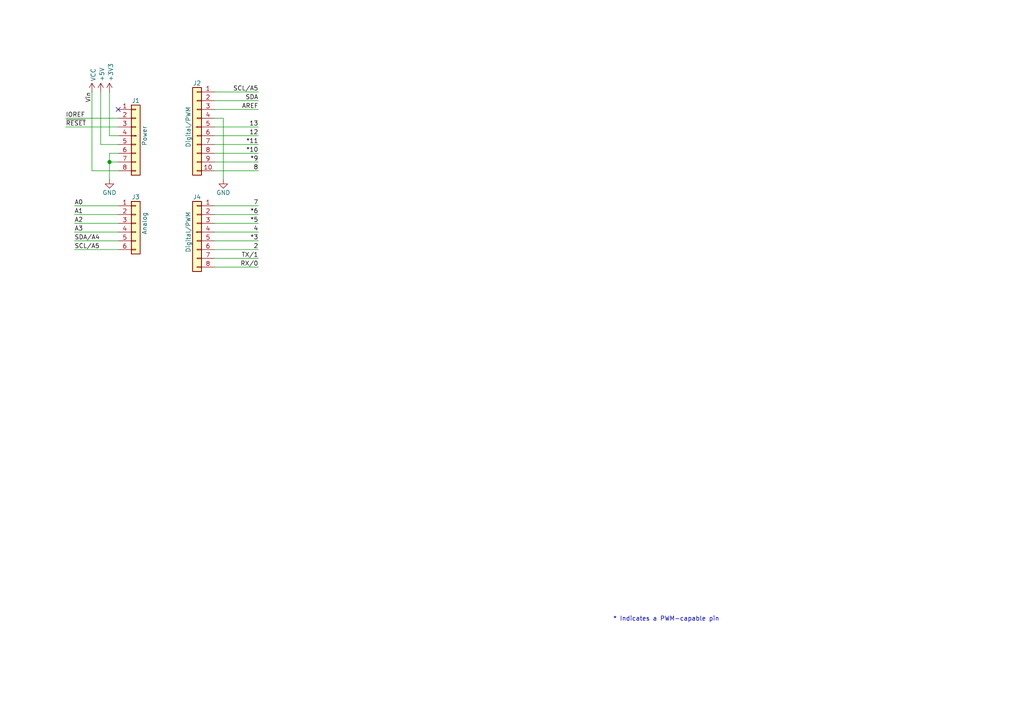
<source format=kicad_sch>
(kicad_sch (version 20250114) (generator "eeschema") (generator_version "9.0")
  (paper "A4")
  (title_block (date "mar. 31 mars 2015"))
  (lib_symbols
    (symbol "Connector_Generic:Conn_01x06" (pin_names (offset 1.016) (hide yes))
      (property "Reference" "J" (at 0 7.62 0))
      (property "Value" "Conn_01x06" (at 0 -10.16 0))
      (symbol "Conn_01x06_1_1"
        (rectangle (start -1.27 6.35) (end 1.27 -8.89) (stroke (width 0.254)) (fill (type background)))
        (rectangle (start -1.27 5.207) (end 0 4.953) (stroke (width 0.1524)))
        (rectangle (start -1.27 2.667) (end 0 2.413) (stroke (width 0.1524)))
        (rectangle (start -1.27 0.127) (end 0 -0.127) (stroke (width 0.1524)))
        (rectangle (start -1.27 -2.413) (end 0 -2.667) (stroke (width 0.1524)))
        (rectangle (start -1.27 -4.953) (end 0 -5.207) (stroke (width 0.1524)))
        (rectangle (start -1.27 -7.493) (end 0 -7.747) (stroke (width 0.1524)))
        (pin passive line (at -5.08 5.08 0) (length 3.81) (name "Pin_1") (number "1"))
        (pin passive line (at -5.08 2.54 0) (length 3.81) (name "Pin_2") (number "2"))
        (pin passive line (at -5.08 0 0) (length 3.81) (name "Pin_3") (number "3"))
        (pin passive line (at -5.08 -2.54 0) (length 3.81) (name "Pin_4") (number "4"))
        (pin passive line (at -5.08 -5.08 0) (length 3.81) (name "Pin_5") (number "5"))
        (pin passive line (at -5.08 -7.62 0) (length 3.81) (name "Pin_6") (number "6"))
      )
    )
    (symbol "Connector_Generic:Conn_01x08" (pin_names (offset 1.016) (hide yes))
      (property "Reference" "J" (at 0 10.16 0))
      (property "Value" "Conn_01x08" (at 0 -12.7 0))
      (symbol "Conn_01x08_1_1"
        (rectangle (start -1.27 8.89) (end 1.27 -11.43) (stroke (width 0.254)) (fill (type background)))
        (rectangle (start -1.27 7.747) (end 0 7.493) (stroke (width 0.1524)))
        (rectangle (start -1.27 5.207) (end 0 4.953) (stroke (width 0.1524)))
        (rectangle (start -1.27 2.667) (end 0 2.413) (stroke (width 0.1524)))
        (rectangle (start -1.27 0.127) (end 0 -0.127) (stroke (width 0.1524)))
        (rectangle (start -1.27 -2.413) (end 0 -2.667) (stroke (width 0.1524)))
        (rectangle (start -1.27 -4.953) (end 0 -5.207) (stroke (width 0.1524)))
        (rectangle (start -1.27 -7.493) (end 0 -7.747) (stroke (width 0.1524)))
        (rectangle (start -1.27 -10.033) (end 0 -10.287) (stroke (width 0.1524)))
        (pin passive line (at -5.08 7.62 0) (length 3.81) (name "Pin_1") (number "1"))
        (pin passive line (at -5.08 5.08 0) (length 3.81) (name "Pin_2") (number "2"))
        (pin passive line (at -5.08 2.54 0) (length 3.81) (name "Pin_3") (number "3"))
        (pin passive line (at -5.08 0 0) (length 3.81) (name "Pin_4") (number "4"))
        (pin passive line (at -5.08 -2.54 0) (length 3.81) (name "Pin_5") (number "5"))
        (pin passive line (at -5.08 -5.08 0) (length 3.81) (name "Pin_6") (number "6"))
        (pin passive line (at -5.08 -7.62 0) (length 3.81) (name "Pin_7") (number "7"))
        (pin passive line (at -5.08 -10.16 0) (length 3.81) (name "Pin_8") (number "8"))
      )
    )
    (symbol "Connector_Generic:Conn_01x10" (pin_names (offset 1.016) (hide yes))
      (property "Reference" "J" (at 0 12.7 0))
      (property "Value" "Conn_01x10" (at 0 -15.24 0))
      (symbol "Conn_01x10_1_1"
        (rectangle (start -1.27 11.43) (end 1.27 -13.97) (stroke (width 0.254)) (fill (type background)))
        (rectangle (start -1.27 10.287) (end 0 10.033) (stroke (width 0.1524)))
        (rectangle (start -1.27 7.747) (end 0 7.493) (stroke (width 0.1524)))
        (rectangle (start -1.27 5.207) (end 0 4.953) (stroke (width 0.1524)))
        (rectangle (start -1.27 2.667) (end 0 2.413) (stroke (width 0.1524)))
        (rectangle (start -1.27 0.127) (end 0 -0.127) (stroke (width 0.1524)))
        (rectangle (start -1.27 -2.413) (end 0 -2.667) (stroke (width 0.1524)))
        (rectangle (start -1.27 -4.953) (end 0 -5.207) (stroke (width 0.1524)))
        (rectangle (start -1.27 -7.493) (end 0 -7.747) (stroke (width 0.1524)))
        (rectangle (start -1.27 -10.033) (end 0 -10.287) (stroke (width 0.1524)))
        (rectangle (start -1.27 -12.573) (end 0 -12.827) (stroke (width 0.1524)))
        (pin passive line (at -5.08 10.16 0) (length 3.81) (name "Pin_1") (number "1"))
        (pin passive line (at -5.08 7.62 0) (length 3.81) (name "Pin_2") (number "2"))
        (pin passive line (at -5.08 5.08 0) (length 3.81) (name "Pin_3") (number "3"))
        (pin passive line (at -5.08 2.54 0) (length 3.81) (name "Pin_4") (number "4"))
        (pin passive line (at -5.08 0 0) (length 3.81) (name "Pin_5") (number "5"))
        (pin passive line (at -5.08 -2.54 0) (length 3.81) (name "Pin_6") (number "6"))
        (pin passive line (at -5.08 -5.08 0) (length 3.81) (name "Pin_7") (number "7"))
        (pin passive line (at -5.08 -7.62 0) (length 3.81) (name "Pin_8") (number "8"))
        (pin passive line (at -5.08 -10.16 0) (length 3.81) (name "Pin_9") (number "9"))
        (pin passive line (at -5.08 -12.7 0) (length 3.81) (name "Pin_10") (number "10"))
      )
    )
    (symbol "power:+3V3" (power) (pin_numbers (hide yes)) (pin_names (offset 0) (hide yes))
      (property "Value" "+3V3" (at 0 3.556 0))
      (symbol "+3V3_0_1"
        (polyline (pts (xy -0.762 1.27) (xy 0 2.54)))
        (polyline (pts (xy 0 2.54) (xy 0.762 1.27)))
        (polyline (pts (xy 0 0) (xy 0 2.54)))
      )
      (symbol "+3V3_1_1"
        (pin power_in line (at 0 0 90) (length 0) (name "~") (number "1"))
      )
    )
    (symbol "power:+5V" (power) (pin_numbers (hide yes)) (pin_names (offset 0) (hide yes))
      (property "Value" "+5V" (at 0 3.556 0))
      (symbol "+5V_0_1"
        (polyline (pts (xy -0.762 1.27) (xy 0 2.54)))
        (polyline (pts (xy 0 2.54) (xy 0.762 1.27)))
        (polyline (pts (xy 0 0) (xy 0 2.54)))
      )
      (symbol "+5V_1_1"
        (pin power_in line (at 0 0 90) (length 0) (name "~") (number "1"))
      )
    )
    (symbol "power:GND" (power) (pin_numbers (hide yes)) (pin_names (offset 0) (hide yes))
      (property "Value" "GND" (at 0 -3.81 0))
      (symbol "GND_0_1"
        (polyline (pts (xy 0 0) (xy 0 -1.27) (xy 1.27 -1.27) (xy 0 -2.54) (xy -1.27 -1.27) (xy 0 -1.27)))
      )
      (symbol "GND_1_1"
        (pin power_in line (at 0 0 270) (length 0) (name "~") (number "1"))
      )
    )
    (symbol "power:VCC" (power) (pin_numbers (hide yes)) (pin_names (offset 0) (hide yes))
      (property "Value" "VCC" (at 0 3.556 0))
      (symbol "VCC_0_1"
        (polyline (pts (xy -0.762 1.27) (xy 0 2.54)))
        (polyline (pts (xy 0 2.54) (xy 0.762 1.27)))
        (polyline (pts (xy 0 0) (xy 0 2.54)))
      )
      (symbol "VCC_1_1"
        (pin power_in line (at 0 0 90) (length 0) (name "~") (number "1"))
      )
    )
  )
  (text "* Indicates a PWM-capable pin" (at 177.8 180.34 0) (effects (font (size 1.27 1.27)) (justify left bottom)))
  (junction (at 31.75 46.99) (diameter 1.016))
  (no_connect (at 34.29 31.75))
  (wire (pts (xy 62.23 77.47) (xy 74.93 77.47)))
  (wire (pts (xy 62.23 44.45) (xy 74.93 44.45)))
  (wire (pts (xy 62.23 26.67) (xy 74.93 26.67)))
  (wire (pts (xy 31.75 44.45) (xy 31.75 46.99)))
  (wire (pts (xy 21.59 72.39) (xy 34.29 72.39)))
  (wire (pts (xy 31.75 46.99) (xy 31.75 52.07)))
  (wire (pts (xy 31.75 39.37) (xy 34.29 39.37)))
  (wire (pts (xy 29.21 41.91) (xy 34.29 41.91)))
  (wire (pts (xy 29.21 26.67) (xy 29.21 41.91)))
  (wire (pts (xy 62.23 36.83) (xy 74.93 36.83)))
  (wire (pts (xy 31.75 26.67) (xy 31.75 39.37)))
  (wire (pts (xy 62.23 59.69) (xy 74.93 59.69)))
  (wire (pts (xy 34.29 59.69) (xy 21.59 59.69)))
  (wire (pts (xy 62.23 39.37) (xy 74.93 39.37)))
  (wire (pts (xy 62.23 62.23) (xy 74.93 62.23)))
  (wire (pts (xy 62.23 46.99) (xy 74.93 46.99)))
  (wire (pts (xy 62.23 67.31) (xy 74.93 67.31)))
  (wire (pts (xy 19.05 34.29) (xy 34.29 34.29)))
  (wire (pts (xy 64.77 34.29) (xy 64.77 52.07)))
  (wire (pts (xy 62.23 31.75) (xy 74.93 31.75)))
  (wire (pts (xy 34.29 64.77) (xy 21.59 64.77)))
  (wire (pts (xy 19.05 36.83) (xy 34.29 36.83)))
  (wire (pts (xy 34.29 46.99) (xy 31.75 46.99)))
  (wire (pts (xy 34.29 49.53) (xy 26.67 49.53)))
  (wire (pts (xy 21.59 62.23) (xy 34.29 62.23)))
  (wire (pts (xy 62.23 34.29) (xy 64.77 34.29)))
  (wire (pts (xy 34.29 44.45) (xy 31.75 44.45)))
  (wire (pts (xy 62.23 41.91) (xy 74.93 41.91)))
  (wire (pts (xy 62.23 64.77) (xy 74.93 64.77)))
  (wire (pts (xy 21.59 67.31) (xy 34.29 67.31)))
  (wire (pts (xy 62.23 29.21) (xy 74.93 29.21)))
  (wire (pts (xy 62.23 72.39) (xy 74.93 72.39)))
  (wire (pts (xy 62.23 69.85) (xy 74.93 69.85)))
  (wire (pts (xy 62.23 74.93) (xy 74.93 74.93)))
  (wire (pts (xy 26.67 49.53) (xy 26.67 26.67)))
  (wire (pts (xy 34.29 69.85) (xy 21.59 69.85)))
  (wire (pts (xy 62.23 49.53) (xy 74.93 49.53)))
  (label "RX{slash}0" (at 74.93 77.47 180))
  (label "A2" (at 21.59 64.77 0))
  (label "4" (at 74.93 67.31 180))
  (label "2" (at 74.93 72.39 180))
  (label "A3" (at 21.59 67.31 0))
  (label "13" (at 74.93 36.83 180))
  (label "12" (at 74.93 39.37 180))
  (label "~{RESET}" (at 19.05 36.83 0))
  (label "*10" (at 74.93 44.45 180))
  (label "7" (at 74.93 59.69 180))
  (label "SDA" (at 74.93 29.21 180))
  (label "8" (at 74.93 49.53 180))
  (label "*11" (at 74.93 41.91 180))
  (label "*3" (at 74.93 69.85 180))
  (label "A1" (at 21.59 62.23 0))
  (label "TX{slash}1" (at 74.93 74.93 180))
  (label "A0" (at 21.59 59.69 0))
  (label "AREF" (at 74.93 31.75 180))
  (label "Vin" (at 26.67 26.67 270))
  (label "*6" (at 74.93 62.23 180))
  (label "SCL{slash}A5" (at 74.93 26.67 180))
  (label "*9" (at 74.93 46.99 180))
  (label "*5" (at 74.93 64.77 180))
  (label "IOREF" (at 19.05 34.29 0))
  (label "SDA{slash}A4" (at 21.59 69.85 0))
  (label "SCL{slash}A5" (at 21.59 72.39 0))
  (symbol (lib_id "Connector_Generic:Conn_01x08") (at 39.37 39.37 0) (unit 1)
    (property "Reference" "J1" (at 39.37 29.21 0))
    (property "Value" "Power" (at 41.91 39.37 90))
    (property "Footprint" "Connector_PinSocket_2.54mm:PinSocket_1x08_P2.54mm_Vertical" (effects (hide yes)))
    (property "Datasheet" "~" (at 39.37 39.37 0))
    (property "Description" "Generic connector, single row, 01x08, script generated (kicad-library-utils/schlib/autogen/connector/)" (effects (hide yes)))
  )
  (symbol (lib_id "power:+3V3") (at 31.75 26.67 0) (unit 1)
    (property "Reference" "#PWR03" (effects (hide yes)))
    (property "Value" "+3V3" (at 32.131 23.622 90) (effects (justify left)))
    (property "Description" "Power symbol creates a global label with name \"+3V3\"" (effects (hide yes)))
  )
  (symbol (lib_id "power:+5V") (at 29.21 26.67 0) (unit 1)
    (property "Reference" "#PWR02" (effects (hide yes)))
    (property "Value" "+5V" (at 29.5656 23.622 90) (effects (justify left)))
    (property "Description" "Power symbol creates a global label with name \"+5V\"" (effects (hide yes)))
  )
  (symbol (lib_id "power:GND") (at 31.75 52.07 0) (unit 1)
    (property "Reference" "#PWR04" (effects (hide yes)))
    (property "Value" "GND" (at 31.75 55.88 0))
    (property "Description" "Power symbol creates a global label with name \"GND\" , ground" (effects (hide yes)))
  )
  (symbol (lib_id "Connector_Generic:Conn_01x10") (at 57.15 36.83 0) (mirror y) (unit 1)
    (property "Reference" "J2" (at 57.15 24.13 0))
    (property "Value" "Digital/PWM" (at 54.61 36.83 90))
    (property "Footprint" "Connector_PinSocket_2.54mm:PinSocket_1x10_P2.54mm_Vertical" (effects (hide yes)))
    (property "Datasheet" "~" (at 57.15 36.83 0))
    (property "Description" "Generic connector, single row, 01x10, script generated (kicad-library-utils/schlib/autogen/connector/)" (effects (hide yes)))
  )
  (symbol (lib_id "power:GND") (at 64.77 52.07 0) (unit 1)
    (property "Reference" "#PWR05" (effects (hide yes)))
    (property "Value" "GND" (at 64.77 55.88 0))
    (property "Description" "Power symbol creates a global label with name \"GND\" , ground" (effects (hide yes)))
  )
  (symbol (lib_id "Connector_Generic:Conn_01x06") (at 39.37 64.77 0) (unit 1)
    (property "Reference" "J3" (at 39.37 57.15 0))
    (property "Value" "Analog" (at 41.91 64.77 90))
    (property "Footprint" "Connector_PinSocket_2.54mm:PinSocket_1x06_P2.54mm_Vertical" (effects (hide yes)))
    (property "Description" "Generic connector, single row, 01x06, script generated (kicad-library-utils/schlib/autogen/connector/)" (effects (hide yes)))
  )
  (symbol (lib_id "Connector_Generic:Conn_01x08") (at 57.15 67.31 0) (mirror y) (unit 1)
    (property "Reference" "J4" (at 57.15 57.15 0))
    (property "Value" "Digital/PWM" (at 54.61 67.31 90))
    (property "Footprint" "Connector_PinSocket_2.54mm:PinSocket_1x08_P2.54mm_Vertical" (effects (hide yes)))
    (property "Datasheet" "~" (at 57.15 67.31 0))
    (property "Description" "Generic connector, single row, 01x08, script generated (kicad-library-utils/schlib/autogen/connector/)" (effects (hide yes)))
  )
  (symbol (lib_id "power:VCC") (at 26.67 26.67 0) (unit 1)
    (property "Reference" "#PWR01" (effects (hide yes)))
    (property "Value" "VCC" (at 27.051 23.622 90) (effects (justify left)))
    (property "Description" "Power symbol creates a global label with name \"VCC\"" (effects (hide yes)))
  )
)
</source>
